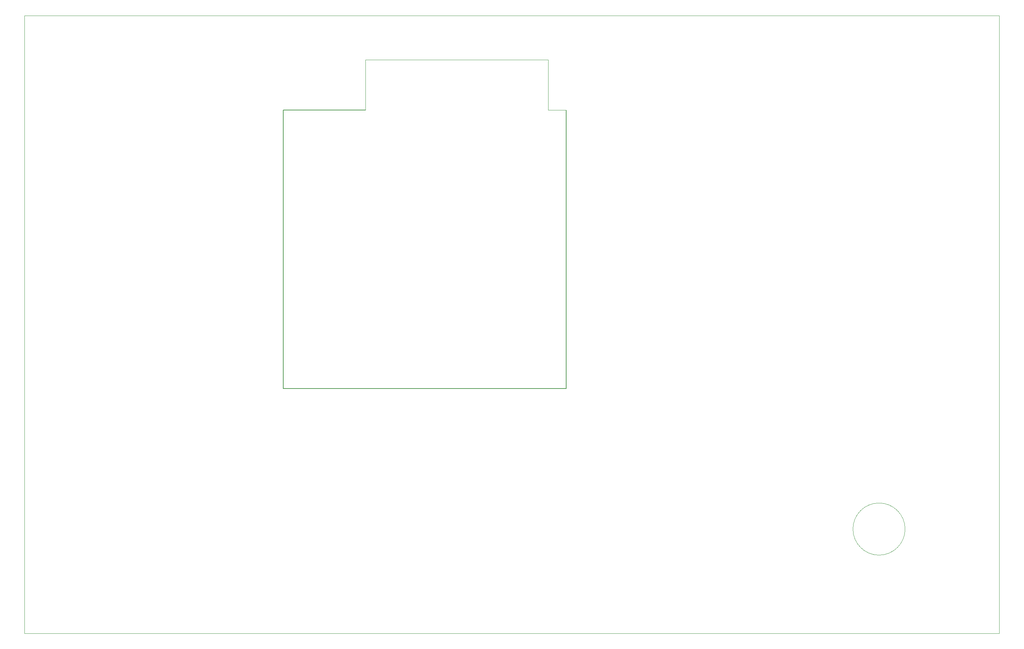
<source format=gbr>
%TF.GenerationSoftware,KiCad,Pcbnew,(5.1.6)-1*%
%TF.CreationDate,2021-02-18T17:35:45+01:00*%
%TF.ProjectId,pihpsdr Controller,70696870-7364-4722-9043-6f6e74726f6c,rev?*%
%TF.SameCoordinates,Original*%
%TF.FileFunction,Profile,NP*%
%FSLAX46Y46*%
G04 Gerber Fmt 4.6, Leading zero omitted, Abs format (unit mm)*
G04 Created by KiCad (PCBNEW (5.1.6)-1) date 2021-02-18 17:35:45*
%MOMM*%
%LPD*%
G01*
G04 APERTURE LIST*
%TA.AperFunction,Profile*%
%ADD10C,0.050000*%
%TD*%
%TA.AperFunction,Profile*%
%ADD11C,0.150000*%
%TD*%
%TA.AperFunction,Profile*%
%ADD12C,0.100000*%
%TD*%
G04 APERTURE END LIST*
D10*
X155500000Y-38500000D02*
X160000000Y-38500000D01*
X155500000Y-26000000D02*
X155500000Y-38500000D01*
X110000000Y-26000000D02*
X155500000Y-26000000D01*
X110000000Y-38500000D02*
X110000000Y-26000000D01*
X244500000Y-143000000D02*
G75*
G03*
X244500000Y-143000000I-6500000J0D01*
G01*
D11*
X89500000Y-108000000D02*
X89500000Y-38500000D01*
X160000000Y-108000000D02*
X89500000Y-108000000D01*
X160000000Y-38500000D02*
X160000000Y-108000000D01*
X89500000Y-38500000D02*
X110000000Y-38500000D01*
D12*
X268000000Y-15000000D02*
X268000000Y-169000000D01*
X25000000Y-15000000D02*
X268000000Y-15000000D01*
X25000000Y-169000000D02*
X25000000Y-15000000D01*
X268000000Y-169000000D02*
X25000000Y-169000000D01*
M02*

</source>
